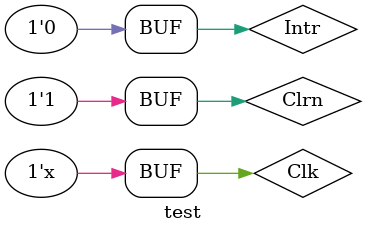
<source format=v>
`timescale 1ns / 1ps
module test(
    );
    reg Clk,Clrn,Intr;
	wire Inta;
AbendCPU uut(.Clk(Clk),.Clrn(Clrn),.Intr(Intr),.Inta(Inta));
initial
	begin
		Clk=0;
		Intr=0;
		Clrn=0;
		#10 Clrn=1;
		#20 Intr=1; 
		#160 Intr=0;
	end
always
 
begin

		#5 Clk = ~Clk;
end
endmodule
</source>
